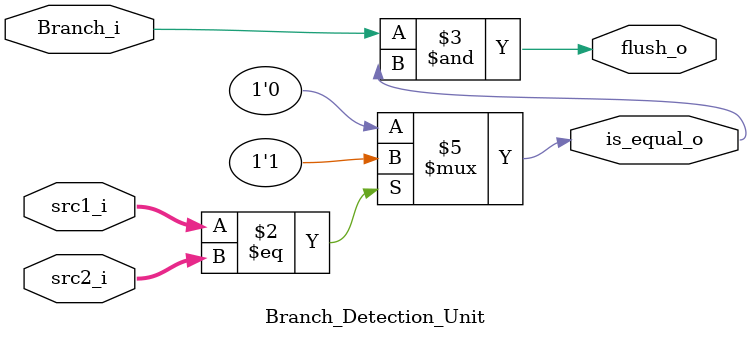
<source format=v>
module Branch_Detection_Unit
(
    src1_i,
    src2_i,
    Branch_i,
    is_equal_o,
    flush_o
);

input [31:0] src1_i;
input [31:0] src2_i;
input Branch_i;
output is_equal_o;
output flush_o;

reg is_equal_o;
reg flush_o;

always @(*) begin
    if (src1_i == src2_i) begin
        is_equal_o = 1'b1;
    end
    else begin
        is_equal_o = 1'b0;
    end
    flush_o = Branch_i & is_equal_o;
end

endmodule
</source>
